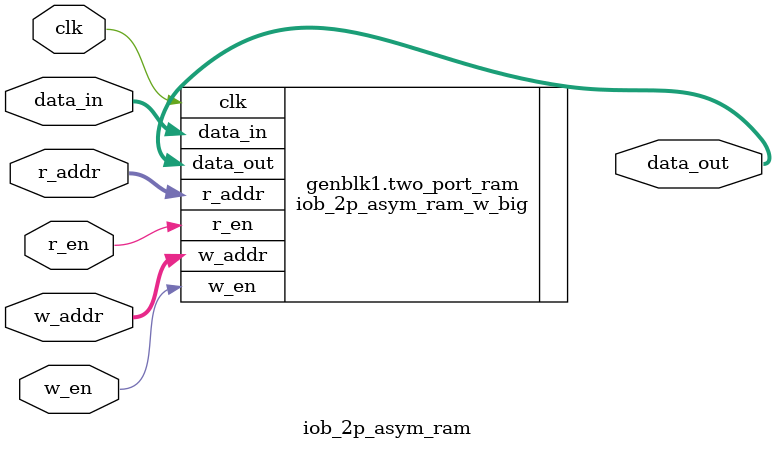
<source format=v>
`timescale 1ns / 1ps

module iob_2p_asym_ram
	#(
		parameter W_DATA_W = 16,
		parameter W_ADDR_W = 6,
		parameter R_DATA_W = 8,
		parameter R_ADDR_W = 7,
    parameter USE_RAM = 1
	)
	(
		//Inputs
		input 				clk,
    input 				w_en,    //write enable
    input [W_DATA_W-1:0] 	data_in, //Input data to write port
    input [W_ADDR_W-1:0] 	w_addr,  //address for write port
    input [R_ADDR_W-1:0] 	r_addr,  //address for read port
    input				  r_en,
    //Outputs
    output [R_DATA_W-1:0] data_out //output port
    );

    generate
    	if (W_DATA_W > R_DATA_W)
    	begin
    		iob_2p_asym_ram_w_big #(
    			.W_DATA_W(W_DATA_W),
    		 	.W_ADDR_W(W_ADDR_W),
    		 	.R_DATA_W(R_DATA_W),
    		 	.R_ADDR_W(R_ADDR_W),
                .USE_RAM(USE_RAM)
    		 ) two_port_ram (
    		 	.clk(clk),
    		 	.w_en(w_en),
    		 	.data_in(data_in),
    		 	.w_addr(w_addr),
    		 	.r_addr(r_addr),
    		 	.r_en(r_en),
    		 	.data_out(data_out)
    		 );
    	end
    	else
    	begin
    		iob_2p_asym_ram_r_big #(
    			.W_DATA_W(W_DATA_W),
    		 	.W_ADDR_W(W_ADDR_W),
    		 	.R_DATA_W(R_DATA_W),
    		 	.R_ADDR_W(R_ADDR_W)
    		 ) two_port_ram (
    		 	.clk(clk),
    		 	.w_en(w_en),
    		 	.data_in(data_in),
    		 	.w_addr(w_addr),
    		 	.r_addr(r_addr),
    		 	.r_en(r_en),
    		 	.data_out(data_out)
    		 );
    	end
    endgenerate
endmodule

</source>
